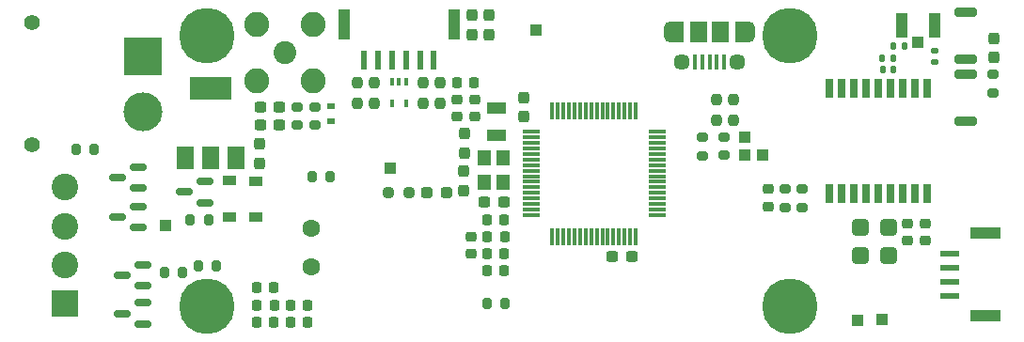
<source format=gbr>
%TF.GenerationSoftware,KiCad,Pcbnew,(6.0.2)*%
%TF.CreationDate,2022-11-13T17:15:13+11:00*%
%TF.ProjectId,Strelka_Flight_Computer,53747265-6c6b-4615-9f46-6c696768745f,rev?*%
%TF.SameCoordinates,Original*%
%TF.FileFunction,Soldermask,Top*%
%TF.FilePolarity,Negative*%
%FSLAX46Y46*%
G04 Gerber Fmt 4.6, Leading zero omitted, Abs format (unit mm)*
G04 Created by KiCad (PCBNEW (6.0.2)) date 2022-11-13 17:15:13*
%MOMM*%
%LPD*%
G01*
G04 APERTURE LIST*
G04 Aperture macros list*
%AMRoundRect*
0 Rectangle with rounded corners*
0 $1 Rounding radius*
0 $2 $3 $4 $5 $6 $7 $8 $9 X,Y pos of 4 corners*
0 Add a 4 corners polygon primitive as box body*
4,1,4,$2,$3,$4,$5,$6,$7,$8,$9,$2,$3,0*
0 Add four circle primitives for the rounded corners*
1,1,$1+$1,$2,$3*
1,1,$1+$1,$4,$5*
1,1,$1+$1,$6,$7*
1,1,$1+$1,$8,$9*
0 Add four rect primitives between the rounded corners*
20,1,$1+$1,$2,$3,$4,$5,0*
20,1,$1+$1,$4,$5,$6,$7,0*
20,1,$1+$1,$6,$7,$8,$9,0*
20,1,$1+$1,$8,$9,$2,$3,0*%
G04 Aperture macros list end*
%ADD10RoundRect,0.225000X0.250000X-0.225000X0.250000X0.225000X-0.250000X0.225000X-0.250000X-0.225000X0*%
%ADD11RoundRect,0.237500X-0.237500X0.250000X-0.237500X-0.250000X0.237500X-0.250000X0.237500X0.250000X0*%
%ADD12R,1.000000X1.000000*%
%ADD13RoundRect,0.200000X-0.800000X0.200000X-0.800000X-0.200000X0.800000X-0.200000X0.800000X0.200000X0*%
%ADD14R,1.500000X2.000000*%
%ADD15R,3.800000X2.000000*%
%ADD16R,0.700000X1.800000*%
%ADD17R,0.800000X1.800000*%
%ADD18RoundRect,0.237500X-0.300000X-0.237500X0.300000X-0.237500X0.300000X0.237500X-0.300000X0.237500X0*%
%ADD19R,2.400000X2.400000*%
%ADD20C,2.400000*%
%ADD21R,1.200000X0.900000*%
%ADD22RoundRect,0.237500X-0.237500X0.300000X-0.237500X-0.300000X0.237500X-0.300000X0.237500X0.300000X0*%
%ADD23RoundRect,0.237500X-0.250000X-0.237500X0.250000X-0.237500X0.250000X0.237500X-0.250000X0.237500X0*%
%ADD24RoundRect,0.140000X-0.140000X-0.170000X0.140000X-0.170000X0.140000X0.170000X-0.140000X0.170000X0*%
%ADD25RoundRect,0.225000X-0.225000X-0.250000X0.225000X-0.250000X0.225000X0.250000X-0.225000X0.250000X0*%
%ADD26RoundRect,0.200000X0.200000X0.275000X-0.200000X0.275000X-0.200000X-0.275000X0.200000X-0.275000X0*%
%ADD27RoundRect,0.218750X-0.218750X-0.256250X0.218750X-0.256250X0.218750X0.256250X-0.218750X0.256250X0*%
%ADD28R,1.700000X0.600000*%
%ADD29R,2.700000X1.000000*%
%ADD30RoundRect,0.225000X0.225000X0.250000X-0.225000X0.250000X-0.225000X-0.250000X0.225000X-0.250000X0*%
%ADD31RoundRect,0.237500X0.300000X0.237500X-0.300000X0.237500X-0.300000X-0.237500X0.300000X-0.237500X0*%
%ADD32RoundRect,0.237500X0.237500X-0.300000X0.237500X0.300000X-0.237500X0.300000X-0.237500X-0.300000X0*%
%ADD33R,1.000000X1.050000*%
%ADD34R,1.050000X2.200000*%
%ADD35RoundRect,0.200000X-0.275000X0.200000X-0.275000X-0.200000X0.275000X-0.200000X0.275000X0.200000X0*%
%ADD36RoundRect,0.200000X0.275000X-0.200000X0.275000X0.200000X-0.275000X0.200000X-0.275000X-0.200000X0*%
%ADD37C,5.000000*%
%ADD38RoundRect,0.150000X0.587500X0.150000X-0.587500X0.150000X-0.587500X-0.150000X0.587500X-0.150000X0*%
%ADD39RoundRect,0.381000X-0.381000X-0.381000X0.381000X-0.381000X0.381000X0.381000X-0.381000X0.381000X0*%
%ADD40RoundRect,0.075000X-0.700000X-0.075000X0.700000X-0.075000X0.700000X0.075000X-0.700000X0.075000X0*%
%ADD41RoundRect,0.075000X-0.075000X-0.700000X0.075000X-0.700000X0.075000X0.700000X-0.075000X0.700000X0*%
%ADD42R,0.400000X0.650000*%
%ADD43C,1.400000*%
%ADD44R,3.500000X3.500000*%
%ADD45C,3.500000*%
%ADD46RoundRect,0.237500X-0.287500X-0.237500X0.287500X-0.237500X0.287500X0.237500X-0.287500X0.237500X0*%
%ADD47RoundRect,0.135000X0.135000X0.185000X-0.135000X0.185000X-0.135000X-0.185000X0.135000X-0.185000X0*%
%ADD48RoundRect,0.200000X-0.200000X-0.275000X0.200000X-0.275000X0.200000X0.275000X-0.200000X0.275000X0*%
%ADD49R,0.400000X1.350000*%
%ADD50O,1.200000X1.900000*%
%ADD51R,1.500000X1.900000*%
%ADD52R,1.200000X1.900000*%
%ADD53C,1.450000*%
%ADD54RoundRect,0.225000X-0.250000X0.225000X-0.250000X-0.225000X0.250000X-0.225000X0.250000X0.225000X0*%
%ADD55R,1.200000X1.400000*%
%ADD56C,2.050000*%
%ADD57C,2.250000*%
%ADD58R,0.700000X0.600000*%
%ADD59RoundRect,0.135000X-0.135000X-0.185000X0.135000X-0.185000X0.135000X0.185000X-0.135000X0.185000X0*%
%ADD60RoundRect,0.218750X-0.256250X0.218750X-0.256250X-0.218750X0.256250X-0.218750X0.256250X0.218750X0*%
%ADD61R,0.600000X1.700000*%
%ADD62R,1.000000X2.700000*%
%ADD63RoundRect,0.237500X0.237500X-0.250000X0.237500X0.250000X-0.237500X0.250000X-0.237500X-0.250000X0*%
%ADD64RoundRect,0.147500X0.172500X-0.147500X0.172500X0.147500X-0.172500X0.147500X-0.172500X-0.147500X0*%
%ADD65C,1.600000*%
%ADD66R,1.800000X1.000000*%
%ADD67RoundRect,0.200000X0.800000X-0.200000X0.800000X0.200000X-0.800000X0.200000X-0.800000X-0.200000X0*%
%ADD68RoundRect,0.218750X0.256250X-0.218750X0.256250X0.218750X-0.256250X0.218750X-0.256250X-0.218750X0*%
G04 APERTURE END LIST*
D10*
%TO.C,C4*%
X139300000Y-94025000D03*
X139300000Y-92475000D03*
%TD*%
D11*
%TO.C,R66*%
X135037500Y-78640000D03*
X135037500Y-80465000D03*
%TD*%
D12*
%TO.C,TP9*%
X176350000Y-100000000D03*
%TD*%
%TO.C,TP6*%
X164000000Y-85100000D03*
%TD*%
D13*
%TO.C,SW1*%
X183889600Y-77885200D03*
X183889600Y-82085200D03*
%TD*%
D14*
%TO.C,U3*%
X113590000Y-85410000D03*
D15*
X115890000Y-79110000D03*
D14*
X115890000Y-85410000D03*
X118190000Y-85410000D03*
%TD*%
D16*
%TO.C,IC2*%
X171600000Y-88610000D03*
D17*
X172700000Y-88610000D03*
X173800000Y-88610000D03*
X174900000Y-88610000D03*
X176000000Y-88610000D03*
X177100000Y-88610000D03*
X178200000Y-88610000D03*
X179300000Y-88610000D03*
D16*
X180400000Y-88610000D03*
X180400000Y-79110000D03*
D17*
X179300000Y-79110000D03*
X178200000Y-79110000D03*
X177100000Y-79110000D03*
X176000000Y-79110000D03*
X174900000Y-79110000D03*
X173800000Y-79110000D03*
X172700000Y-79110000D03*
D16*
X171600000Y-79110000D03*
%TD*%
D18*
%TO.C,C9*%
X120365000Y-82390000D03*
X122090000Y-82390000D03*
%TD*%
D19*
%TO.C,J3*%
X102770000Y-98552000D03*
D20*
X102770000Y-95052000D03*
X102770000Y-91552000D03*
X102770000Y-88052000D03*
%TD*%
D21*
%TO.C,D4*%
X119960000Y-87470000D03*
X119960000Y-90770000D03*
%TD*%
D22*
%TO.C,C21*%
X138700000Y-86600000D03*
X138700000Y-88325000D03*
%TD*%
D23*
%TO.C,R13*%
X131917500Y-88490000D03*
X133742500Y-88490000D03*
%TD*%
D24*
%TO.C,C37*%
X176380000Y-77450000D03*
X177340000Y-77450000D03*
%TD*%
D21*
%TO.C,D2*%
X117580000Y-87460000D03*
X117580000Y-90760000D03*
%TD*%
D25*
%TO.C,C1*%
X140787500Y-94000000D03*
X142337500Y-94000000D03*
%TD*%
%TO.C,C52*%
X123075000Y-98650000D03*
X124625000Y-98650000D03*
%TD*%
D26*
%TO.C,R50*%
X116395000Y-95097600D03*
X114745000Y-95097600D03*
%TD*%
D27*
%TO.C,FB1*%
X140775000Y-92500000D03*
X142350000Y-92500000D03*
%TD*%
D12*
%TO.C,TP10*%
X174100000Y-100025000D03*
%TD*%
D11*
%TO.C,R68*%
X129107500Y-78640000D03*
X129107500Y-80465000D03*
%TD*%
D18*
%TO.C,C8*%
X120365000Y-80860000D03*
X122090000Y-80860000D03*
%TD*%
D28*
%TO.C,J2*%
X182408400Y-97810800D03*
X182408400Y-96560800D03*
X182408400Y-95310800D03*
X182408400Y-94060800D03*
D29*
X185608400Y-99660800D03*
X185608400Y-92210800D03*
%TD*%
D30*
%TO.C,C27*%
X139612500Y-78622500D03*
X138062500Y-78622500D03*
%TD*%
D31*
%TO.C,C14*%
X153775000Y-94300000D03*
X152050000Y-94300000D03*
%TD*%
D25*
%TO.C,C54*%
X123075000Y-100200000D03*
X124625000Y-100200000D03*
%TD*%
D32*
%TO.C,C19*%
X144050000Y-81662500D03*
X144050000Y-79937500D03*
%TD*%
D33*
%TO.C,AE2*%
X179560000Y-75000000D03*
D34*
X181035000Y-73475000D03*
X178085000Y-73475000D03*
%TD*%
D35*
%TO.C,R59*%
X125250000Y-80815000D03*
X125250000Y-82465000D03*
%TD*%
D22*
%TO.C,C20*%
X138702500Y-83232046D03*
X138702500Y-84957046D03*
%TD*%
D36*
%TO.C,R57*%
X167615000Y-89855000D03*
X167615000Y-88205000D03*
%TD*%
D30*
%TO.C,C50*%
X121575000Y-97100000D03*
X120025000Y-97100000D03*
%TD*%
D37*
%TO.C,H1*%
X168000000Y-98755200D03*
%TD*%
D12*
%TO.C,TP8*%
X164000000Y-83550000D03*
%TD*%
D38*
%TO.C,Q2*%
X115347500Y-89430000D03*
X115347500Y-87530000D03*
X113472500Y-88480000D03*
%TD*%
D39*
%TO.C,JP2*%
X174370000Y-91650000D03*
X176910000Y-94190000D03*
X174370000Y-94190000D03*
X176910000Y-91650000D03*
%TD*%
D40*
%TO.C,U5*%
X144725000Y-83050000D03*
X144725000Y-83550000D03*
X144725000Y-84050000D03*
X144725000Y-84550000D03*
X144725000Y-85050000D03*
X144725000Y-85550000D03*
X144725000Y-86050000D03*
X144725000Y-86550000D03*
X144725000Y-87050000D03*
X144725000Y-87550000D03*
X144725000Y-88050000D03*
X144725000Y-88550000D03*
X144725000Y-89050000D03*
X144725000Y-89550000D03*
X144725000Y-90050000D03*
X144725000Y-90550000D03*
D41*
X146650000Y-92475000D03*
X147150000Y-92475000D03*
X147650000Y-92475000D03*
X148150000Y-92475000D03*
X148650000Y-92475000D03*
X149150000Y-92475000D03*
X149650000Y-92475000D03*
X150150000Y-92475000D03*
X150650000Y-92475000D03*
X151150000Y-92475000D03*
X151650000Y-92475000D03*
X152150000Y-92475000D03*
X152650000Y-92475000D03*
X153150000Y-92475000D03*
X153650000Y-92475000D03*
X154150000Y-92475000D03*
D40*
X156075000Y-90550000D03*
X156075000Y-90050000D03*
X156075000Y-89550000D03*
X156075000Y-89050000D03*
X156075000Y-88550000D03*
X156075000Y-88050000D03*
X156075000Y-87550000D03*
X156075000Y-87050000D03*
X156075000Y-86550000D03*
X156075000Y-86050000D03*
X156075000Y-85550000D03*
X156075000Y-85050000D03*
X156075000Y-84550000D03*
X156075000Y-84050000D03*
X156075000Y-83550000D03*
X156075000Y-83050000D03*
D41*
X154150000Y-81125000D03*
X153650000Y-81125000D03*
X153150000Y-81125000D03*
X152650000Y-81125000D03*
X152150000Y-81125000D03*
X151650000Y-81125000D03*
X151150000Y-81125000D03*
X150650000Y-81125000D03*
X150150000Y-81125000D03*
X149650000Y-81125000D03*
X149150000Y-81125000D03*
X148650000Y-81125000D03*
X148150000Y-81125000D03*
X147650000Y-81125000D03*
X147150000Y-81125000D03*
X146650000Y-81125000D03*
%TD*%
D42*
%TO.C,D6*%
X133487500Y-78552500D03*
X132837500Y-78552500D03*
X132187500Y-78552500D03*
X132187500Y-80452500D03*
X133487500Y-80452500D03*
%TD*%
D30*
%TO.C,C49*%
X121575000Y-100200000D03*
X120025000Y-100200000D03*
%TD*%
D11*
%TO.C,R65*%
X136577500Y-78640000D03*
X136577500Y-80465000D03*
%TD*%
D32*
%TO.C,C11*%
X140970000Y-74268500D03*
X140970000Y-72543500D03*
%TD*%
D37*
%TO.C,H2*%
X115550000Y-74400000D03*
%TD*%
D30*
%TO.C,C3*%
X142337500Y-95550000D03*
X140787500Y-95550000D03*
%TD*%
%TO.C,C53*%
X121600000Y-98650000D03*
X120050000Y-98650000D03*
%TD*%
D43*
%TO.C,J1*%
X99815000Y-84240000D03*
X99815000Y-73240000D03*
D44*
X109815000Y-76240000D03*
D45*
X109815000Y-81240000D03*
%TD*%
D46*
%TO.C,D3*%
X135385000Y-88490000D03*
X137135000Y-88490000D03*
%TD*%
D36*
%TO.C,R58*%
X169140000Y-89855000D03*
X169140000Y-88205000D03*
%TD*%
D32*
%TO.C,C7*%
X120310000Y-85862500D03*
X120310000Y-84137500D03*
%TD*%
D47*
%TO.C,FB3*%
X178370000Y-75290000D03*
X177350000Y-75290000D03*
%TD*%
D48*
%TO.C,R20*%
X125004000Y-87092000D03*
X126654000Y-87092000D03*
%TD*%
D49*
%TO.C,J6*%
X162102400Y-76769300D03*
X161452400Y-76769300D03*
X160802400Y-76769300D03*
X160152400Y-76769300D03*
X159502400Y-76769300D03*
D50*
X157302400Y-74069300D03*
D51*
X159802400Y-74069300D03*
D52*
X163702400Y-74069300D03*
D50*
X164302400Y-74069300D03*
D53*
X163302400Y-76769300D03*
X158302400Y-76769300D03*
D52*
X157902400Y-74069300D03*
D51*
X161802400Y-74069300D03*
%TD*%
D54*
%TO.C,C26*%
X139637500Y-80117500D03*
X139637500Y-81667500D03*
%TD*%
D38*
%TO.C,Q10*%
X109801900Y-100365600D03*
X109801900Y-98465600D03*
X107926900Y-99415600D03*
%TD*%
D55*
%TO.C,Y2*%
X140500000Y-85400000D03*
X140500000Y-87600000D03*
X142200000Y-87600000D03*
X142200000Y-85400000D03*
%TD*%
D31*
%TO.C,C22*%
X142262500Y-89400000D03*
X140537500Y-89400000D03*
%TD*%
D32*
%TO.C,C12*%
X186399600Y-76360200D03*
X186399600Y-74635200D03*
%TD*%
D48*
%TO.C,R51*%
X111697000Y-95758000D03*
X113347000Y-95758000D03*
%TD*%
D56*
%TO.C,AE1*%
X122600000Y-75875000D03*
D57*
X125140000Y-73335000D03*
X120060000Y-73335000D03*
X125140000Y-78415000D03*
X120060000Y-78415000D03*
%TD*%
D11*
%TO.C,R25*%
X162950000Y-80187500D03*
X162950000Y-82012500D03*
%TD*%
D54*
%TO.C,C40*%
X178660000Y-91305000D03*
X178660000Y-92855000D03*
%TD*%
D58*
%TO.C,D13*%
X126760000Y-80700000D03*
X126760000Y-82100000D03*
%TD*%
D59*
%TO.C,R55*%
X176330000Y-76390000D03*
X177350000Y-76390000D03*
%TD*%
D35*
%TO.C,R12*%
X160150000Y-83550000D03*
X160150000Y-85200000D03*
%TD*%
D38*
%TO.C,Q5*%
X109344700Y-91678800D03*
X109344700Y-89778800D03*
X107469700Y-90728800D03*
%TD*%
D36*
%TO.C,R60*%
X123710000Y-82455000D03*
X123710000Y-80805000D03*
%TD*%
D12*
%TO.C,TP5*%
X111825000Y-91475000D03*
%TD*%
D60*
%TO.C,FB2*%
X138097500Y-80105000D03*
X138097500Y-81680000D03*
%TD*%
D12*
%TO.C,TP3*%
X132080000Y-86360000D03*
%TD*%
D61*
%TO.C,J4*%
X135972500Y-76597500D03*
X134722500Y-76597500D03*
X133472500Y-76597500D03*
X132222500Y-76597500D03*
X130972500Y-76597500D03*
X129722500Y-76597500D03*
D62*
X137822500Y-73397500D03*
X127872500Y-73397500D03*
%TD*%
D36*
%TO.C,R10*%
X186359800Y-79526400D03*
X186359800Y-77876400D03*
%TD*%
D63*
%TO.C,R24*%
X161400000Y-82012500D03*
X161400000Y-80187500D03*
%TD*%
D11*
%TO.C,R67*%
X130637500Y-78640000D03*
X130637500Y-80465000D03*
%TD*%
D37*
%TO.C,H4*%
X168000000Y-74400000D03*
%TD*%
D64*
%TO.C,D10*%
X181110000Y-76750000D03*
X181110000Y-75780000D03*
%TD*%
D26*
%TO.C,R29*%
X105422200Y-84632800D03*
X103772200Y-84632800D03*
%TD*%
D30*
%TO.C,C2*%
X142337500Y-90950000D03*
X140787500Y-90950000D03*
%TD*%
D38*
%TO.C,Q9*%
X109801900Y-96911200D03*
X109801900Y-95011200D03*
X107926900Y-95961200D03*
%TD*%
D48*
%TO.C,R33*%
X140750000Y-98525000D03*
X142400000Y-98525000D03*
%TD*%
D32*
%TO.C,C10*%
X139446000Y-74268500D03*
X139446000Y-72543500D03*
%TD*%
D65*
%TO.C,C41*%
X124960000Y-95235000D03*
X124960000Y-91735000D03*
%TD*%
D38*
%TO.C,Q4*%
X109393200Y-88122800D03*
X109393200Y-86222800D03*
X107518200Y-87172800D03*
%TD*%
D37*
%TO.C,H3*%
X115550000Y-98755200D03*
%TD*%
D66*
%TO.C,Y1*%
X141650000Y-80900000D03*
X141650000Y-83400000D03*
%TD*%
D54*
%TO.C,C39*%
X180210000Y-91305000D03*
X180210000Y-92855000D03*
%TD*%
D35*
%TO.C,R11*%
X162125000Y-83525000D03*
X162125000Y-85175000D03*
%TD*%
D12*
%TO.C,TP7*%
X165550000Y-85100000D03*
%TD*%
%TO.C,TP4*%
X145150000Y-73900000D03*
%TD*%
D67*
%TO.C,SW2*%
X183889600Y-76485200D03*
X183889600Y-72285200D03*
%TD*%
D68*
%TO.C,D12*%
X166090000Y-89797500D03*
X166090000Y-88222500D03*
%TD*%
D48*
%TO.C,R8*%
X114025000Y-90990000D03*
X115675000Y-90990000D03*
%TD*%
M02*

</source>
